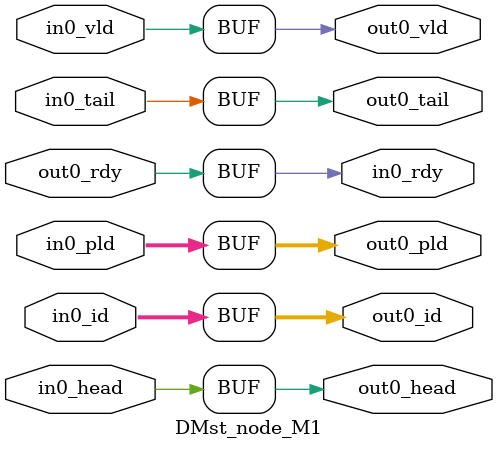
<source format=v>



//[UHDL]Key Start [md5:9440c423413567583863c4d63839c0de]
//Version Control Hash: 3accddf64b1dd03abeb9b0b3e5a7ba44
//Content Hash: 5097777f1ac075876d7f7379b7c0a921
//Parameter Hash: d41d8cd98f00b204e9800998ecf8427e
//[UHDL]Key End [md5:9440c423413567583863c4d63839c0de]

//[UHDL]Version Control Start [md5:3accddf64b1dd03abeb9b0b3e5a7ba44]
//[UHDL]Version Control Version:1.0.1
//[UHDL]Version Control End [md5:3accddf64b1dd03abeb9b0b3e5a7ba44]

//[UHDL]Tool Message Start [md5:7fdb95577de2f8a4c8b1fe28eee43da8]
//Written by UHDL in 2022-08-10 23:16:38
//[UHDL]Tool Message End [md5:7fdb95577de2f8a4c8b1fe28eee43da8]

//[UHDL]User Message Start [md5:d41d8cd98f00b204e9800998ecf8427e]

//[UHDL]User Message End [md5:d41d8cd98f00b204e9800998ecf8427e]

//[UHDL]Content Start [md5:5097777f1ac075876d7f7379b7c0a921]
module DMst_node_M1 (
	input         in0_vld  ,
	output        in0_rdy  ,
	input         in0_head ,
	input         in0_tail ,
	input  [31:0] in0_pld  ,
	input  [2:0]  in0_id   ,
	output        out0_vld ,
	input         out0_rdy ,
	output        out0_head,
	output        out0_tail,
	output [31:0] out0_pld ,
	output [2:0]  out0_id  );
	assign in0_rdy = out0_rdy;
	
	assign out0_vld = in0_vld;
	
	assign out0_head = in0_head;
	
	assign out0_tail = in0_tail;
	
	assign out0_pld = in0_pld;
	
	assign out0_id = in0_id;
	

endmodule
//[UHDL]Content End [md5:5097777f1ac075876d7f7379b7c0a921]

//[UHDL]Parameter Start [md5:d41d8cd98f00b204e9800998ecf8427e]

//[UHDL]Parameter End [md5:d41d8cd98f00b204e9800998ecf8427e]


</source>
